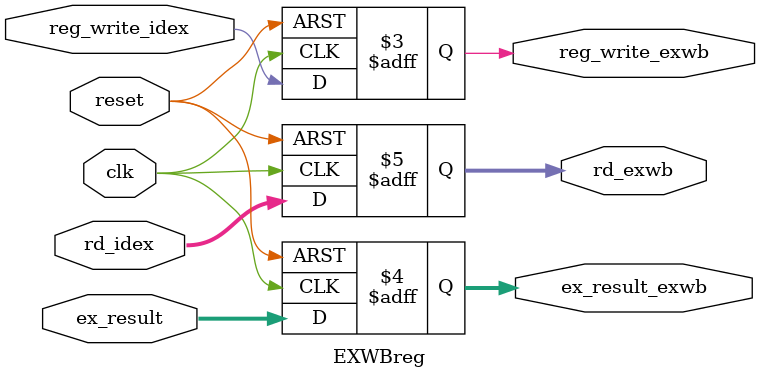
<source format=v>
`timescale 1ns / 1ps
module EXWBreg(
	input reg_write_idex,
	input [7:0] ex_result,
	input [2:0] rd_idex,
	input clk,
	input reset,
	output reg reg_write_exwb,
	output reg [7:0] ex_result_exwb,
	output reg [2:0] rd_exwb
);

	always@(posedge clk,negedge reset)
		begin
		if(reset == 0)
			begin
			reg_write_exwb = 0;
			ex_result_exwb = 8'b0;
			rd_exwb = 3'b0;
			end
		else begin
			reg_write_exwb = reg_write_idex;
			ex_result_exwb = ex_result;
			rd_exwb = rd_idex;
		end
		end

endmodule

</source>
